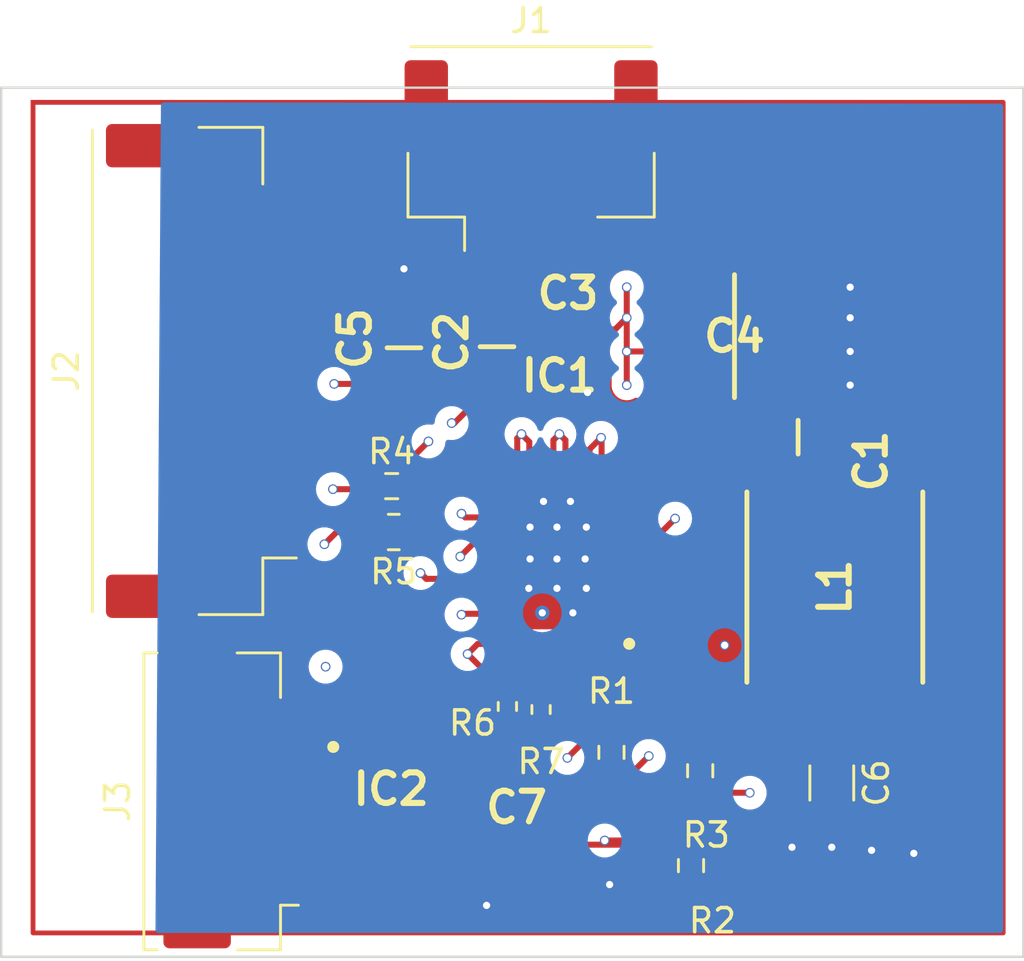
<source format=kicad_pcb>
(kicad_pcb (version 20221018) (generator pcbnew)
  (layers (0 "F.Cu" signal) (1 "In1.Cu" signal) (2 "In2.Cu" signal) (31 "B.Cu" signal) (34 "B.Paste" user) (35 "F.Paste" user) (36 "B.SilkS" user "B.Silkscreen") (37 "F.SilkS" user "F.Silkscreen") (38 "B.Mask" user) (39 "F.Mask" user) (44 "Edge.Cuts" user))
  (net 0 "")
  (net 1 "Net-(IC1-ILIM)")
  (net 2 "GND")
  (net 3 "/AVDD")
  (net 4 "/SW_BK")
  (net 5 "Net-(IC1-CP)")
  (net 6 "/VM")
  (net 7 "Net-(IC1-CPH)")
  (net 8 "Net-(IC1-CPL)")
  (net 9 "/FGOUT")
  (net 10 "/nFAULT")
  (net 12 "Net-(IC1-SW_BK)")
  (net 13 "Net-(IC1-VSEL_BK)")
  (net 17 "Net-(IC1-SLEW)")
  (net 18 "Net-(IC1-ADVANCE)")
  (net 19 "/controller/AVDD")
  (net 20 "/controller/SW_BK")
  (net 21 "/controller/U")
  (net 22 "/controller/V")
  (net 23 "/controller/W")
  (net 24 "/controller/DRVOFF")
  (net 25 "/controller/nFAULT")
  (net 26 "/controller/H1")
  (net 27 "/controller/H2")
  (net 28 "/controller/H3")
  (net 29 "/controller/DIR")
  (net 30 "/controller/BRAKE")
  (net 31 "/controller/PWM")
  (net 32 "/controller/FGOUT")
  (net 33 "/controller/SCK")
  (net 34 "/controller/MISO")
  (net 35 "/controller/MOSI")
  (net 36 "/controller/NRST")
  (net 37 "/controller/CS")
  (net 39 "/controller/nSLEEP")
  (net 43 "/controller/+3V3")
  (net 44 "/controller/nSleep")
  (net 45 "/controller/VM")
  (footprint "SamacSys_Parts:CAPC3216X178N" (layer "F.Cu") (at 148.7944 90.8618 90)
    (fp_text reference "C2" (at 0.1838 -1.8808 90) (layer "F.SilkS") (effects (font (size 1.27 1.27) (thickness 0.254))))
    (fp_text value "1uF" hide)
    (fp_line (start 0 -0.7) (end 0 0.7) (stroke (width 0.2)) (layer "F.SilkS"))
    (pad "1" smd rect (at -1.4 0 90) (size 1.02 1.82) (layers "F.Cu" "F.Paste" "F.Mask") (net 5 "Net-(IC1-CP)"))
    (pad "2" smd rect (at 1.4 0 90) (size 1.02 1.82) (layers "F.Cu" "F.Paste" "F.Mask") (net 6 "/VM"))
  )
  (footprint "Resistor_SMD:R_0603_1608Metric_Pad0.98x0.95mm_HandSolder" (layer "F.Cu") (at 156.845 112.395 -90)
    (fp_text reference "R2" (at 2.286 -0.889 -180) (layer "F.SilkS"))
    (fp_text value "1k")
    (fp_line (start -0.254724 -0.5225) (end 0.254724 -0.5225) (stroke (width 0.12)) (layer "F.SilkS"))
    (fp_line (start -0.254724 0.5225) (end 0.254724 0.5225) (stroke (width 0.12)) (layer "F.SilkS"))
    (pad "1" smd roundrect (at -0.9125 0 270) (size 0.975 0.95) (layers "F.Cu" "F.Paste" "F.Mask") (net 1 "Net-(IC1-ILIM)"))
    (pad "2" smd roundrect (at 0.9125 0 270) (size 0.975 0.95) (layers "F.Cu" "F.Paste" "F.Mask") (net 2 "GND"))
  )
  (footprint "Resistor_SMD:R_0603_1608Metric_Pad0.98x0.95mm_HandSolder" (layer "F.Cu") (at 144.4225 96.647)
    (fp_text reference "R4" (at 0 -1.43) (layer "F.SilkS"))
    (fp_text value "5k1")
    (fp_line (start -0.254724 -0.5225) (end 0.254724 -0.5225) (stroke (width 0.12)) (layer "F.SilkS"))
    (fp_line (start -0.254724 0.5225) (end 0.254724 0.5225) (stroke (width 0.12)) (layer "F.SilkS"))
    (pad "1" smd roundrect (at -0.9125 0) (size 0.975 0.95) (layers "F.Cu" "F.Paste" "F.Mask") (net 3 "/AVDD"))
    (pad "2" smd roundrect (at 0.9125 0) (size 0.975 0.95) (layers "F.Cu" "F.Paste" "F.Mask") (net 10 "/nFAULT"))
  )
  (footprint "SamacSys_Parts:INDPM7973X540N" (layer "F.Cu") (at 162.814 100.838 -90)
    (fp_text reference "L1" (at 0 0 90) (layer "F.SilkS") (effects (font (size 1.27 1.27) (thickness 0.254))))
    (fp_text value "47uH" hide)
    (fp_line (start -3.95 3.65) (end 3.95 3.65) (stroke (width 0.2)) (layer "F.SilkS"))
    (fp_line (start 3.95 -3.65) (end -3.95 -3.65) (stroke (width 0.2)) (layer "F.SilkS"))
    (pad "1" smd rect (at -3.05 0 270) (size 3.05 3.1) (layers "F.Cu" "F.Paste" "F.Mask") (net 12 "Net-(IC1-SW_BK)"))
    (pad "2" smd rect (at 3.05 0 270) (size 3.05 3.1) (layers "F.Cu" "F.Paste" "F.Mask") (net 4 "/SW_BK"))
  )
  (footprint "SamacSys_Parts:CAPC1608X95N" (layer "F.Cu") (at 149.987 112.2265 -90)
    (fp_text reference "C7" (at -2.2445 0.381 -180) (layer "F.SilkS") (effects (font (size 1.27 1.27) (thickness 0.254))))
    (fp_text value "0u1F" hide)
    (pad "1" smd rect (at -0.7 0 270) (size 0.78 0.98) (layers "F.Cu" "F.Paste" "F.Mask") (net 1 "Net-(IC1-ILIM)"))
    (pad "2" smd rect (at 0.7 0 270) (size 0.78 0.98) (layers "F.Cu" "F.Paste" "F.Mask") (net 2 "GND"))
  )
  (footprint "Resistor_SMD:R_0805_2012Metric_Pad1.20x1.40mm_HandSolder" (layer "F.Cu") (at 144.51 98.552 180)
    (fp_text reference "R5" (at 0 -1.65) (layer "F.SilkS"))
    (fp_text value "1M")
    (fp_line (start -0.227064 -0.735) (end 0.227064 -0.735) (stroke (width 0.12)) (layer "F.SilkS"))
    (fp_line (start -0.227064 0.735) (end 0.227064 0.735) (stroke (width 0.12)) (layer "F.SilkS"))
    (pad "1" smd roundrect (at -1 0 180) (size 1.2 1.4) (layers "F.Cu" "F.Paste" "F.Mask") (roundrect_rratio 0.2083333333) (net 13 "Net-(IC1-VSEL_BK)"))
    (pad "2" smd roundrect (at 1 0 180) (size 1.2 1.4) (layers "F.Cu" "F.Paste" "F.Mask") (roundrect_rratio 0.2083333333) (net 3 "/AVDD"))
  )
  (footprint "SamacSys_Parts:CAPC3216X178N" (layer "F.Cu") (at 144.9336 90.9066 90)
    (fp_text reference "C5" (at 0.381 -2.0332 90) (layer "F.SilkS") (effects (font (size 1.27 1.27) (thickness 0.254))))
    (fp_text value "1uF" hide)
    (fp_line (start 0 -0.7) (end 0 0.7) (stroke (width 0.2)) (layer "F.SilkS"))
    (pad "1" smd rect (at -1.4 0 90) (size 1.02 1.82) (layers "F.Cu" "F.Paste" "F.Mask") (net 3 "/AVDD"))
    (pad "2" smd rect (at 1.4 0 90) (size 1.02 1.82) (layers "F.Cu" "F.Paste" "F.Mask") (net 2 "GND"))
  )
  (footprint "Connector_Molex:Molex_CLIK-Mate_502382-0770_1x07-1MP_P1.25mm_Vertical" (layer "F.Cu") (at 137.75 109.728 90)
    (fp_text reference "J3" (at 0 -4.7 90) (layer "F.SilkS"))
    (fp_text value "Conn_01x07")
    (fp_line (start -6.16 -3.61) (end 6.16 -3.61) (stroke (width 0.12)) (layer "F.SilkS"))
    (fp_line (start -6.16 -3.06) (end -6.16 -3.61) (stroke (width 0.12)) (layer "F.SilkS"))
    (fp_line (start -6.16 0.26) (end -6.16 2.06) (stroke (width 0.12)) (layer "F.SilkS"))
    (fp_line (start -6.16 2.06) (end -4.31 2.06) (stroke (width 0.12)) (layer "F.SilkS"))
    (fp_line (start -4.31 2.06) (end -4.31 2.8) (stroke (width 0.12)) (layer "F.SilkS"))
    (fp_line (start 6.16 -3.61) (end 6.16 -3.06) (stroke (width 0.12)) (layer "F.SilkS"))
    (fp_line (start 6.16 0.26) (end 6.16 2.06) (stroke (width 0.12)) (layer "F.SilkS"))
    (fp_line (start 6.16 2.06) (end 4.31 2.06) (stroke (width 0.12)) (layer "F.SilkS"))
    (pad "1" smd roundrect (at -3.75 1.95 90) (size 0.6 1.7) (layers "F.Cu" "F.Paste" "F.Mask") (net 33 "/controller/SCK"))
    (pad "2" smd roundrect (at -2.5 1.95 90) (size 0.6 1.7) (layers "F.Cu" "F.Paste" "F.Mask") (net 35 "/controller/MOSI"))
    (pad "3" smd roundrect (at -1.25 1.95 90) (size 0.6 1.7) (layers "F.Cu" "F.Paste" "F.Mask") (net 34 "/controller/MISO"))
    (pad "4" smd roundrect (at 0 1.95 90) (size 0.6 1.7) (layers "F.Cu" "F.Paste" "F.Mask") (net 37 "/controller/CS"))
    (pad "5" smd roundrect (at 1.25 1.95 90) (size 0.6 1.7) (layers "F.Cu" "F.Paste" "F.Mask") (net 31 "/controller/PWM"))
    (pad "6" smd roundrect (at 2.5 1.95 90) (size 0.6 1.7) (layers "F.Cu" "F.Paste" "F.Mask") (net 32 "/controller/FGOUT"))
    (pad "7" smd roundrect (at 3.75 1.95 90) (size 0.6 1.7) (layers "F.Cu" "F.Paste" "F.Mask") (net 36 "/controller/NRST"))
    (pad "MP" smd roundrect (at -5.6 -1.4 90) (size 1 2.8) (layers "F.Cu" "F.Paste" "F.Mask"))
    (pad "MP" smd roundrect (at 5.6 -1.4 90) (size 1 2.8) (layers "F.Cu" "F.Paste" "F.Mask"))
  )
  (footprint "Connector_Molex:Molex_CLIK-Mate_502443-0870_1x08-1MP_P2.00mm_Vertical" (layer "F.Cu") (at 136.516 91.869 90)
    (fp_text reference "J2" (at 0 -5.6 90) (layer "F.SilkS"))
    (fp_text value "Motor")
    (fp_line (start -10.11 -0.09) (end -10.11 2.56) (stroke (width 0.12)) (layer "F.SilkS"))
    (fp_line (start -10.11 2.56) (end -7.76 2.56) (stroke (width 0.12)) (layer "F.SilkS"))
    (fp_line (start -10 -4.51) (end 10 -4.51) (stroke (width 0.12)) (layer "F.SilkS"))
    (fp_line (start -7.76 2.56) (end -7.76 3.95) (stroke (width 0.12)) (layer "F.SilkS"))
    (fp_line (start 10.11 -0.09) (end 10.11 2.56) (stroke (width 0.12)) (layer "F.SilkS"))
    (fp_line (start 10.11 2.56) (end 7.76 2.56) (stroke (width 0.12)) (layer "F.SilkS"))
    (pad "1" smd roundrect (at -7 2.5 90) (size 1 2.9) (layers "F.Cu" "F.Paste" "F.Mask") (net 21 "/controller/U"))
    (pad "2" smd roundrect (at -5 2.5 90) (size 1 2.9) (layers "F.Cu" "F.Paste" "F.Mask") (net 22 "/controller/V"))
    (pad "3" smd roundrect (at -3 2.5 90) (size 1 2.9) (layers "F.Cu" "F.Paste" "F.Mask") (net 23 "/controller/W"))
    (pad "4" smd roundrect (at -1 2.5 90) (size 1 2.9) (layers "F.Cu" "F.Paste" "F.Mask") (net 2 "GND"))
    (pad "5" smd roundrect (at 1 2.5 90) (size 1 2.9) (layers "F.Cu" "F.Paste" "F.Mask") (net 27 "/controller/H2"))
    (pad "6" smd roundrect (at 3 2.5 90) (size 1 2.9) (layers "F.Cu" "F.Paste" "F.Mask") (net 26 "/controller/H1"))
    (pad "7" smd roundrect (at 5 2.5 90) (size 1 2.9) (layers "F.Cu" "F.Paste" "F.Mask") (net 28 "/controller/H3"))
    (pad "8" smd roundrect (at 7 2.5 90) (size 1 2.9) (layers "F.Cu" "F.Paste" "F.Mask") (net 20 "/controller/SW_BK"))
    (pad "MP" smd roundrect (at -9.35 -2.15 90) (size 1.8 3.6) (layers "F.Cu" "F.Paste" "F.Mask") (roundrect_rratio 0.138889))
    (pad "MP" smd roundrect (at 9.35 -2.15 90) (size 1.8 3.6) (layers "F.Cu" "F.Paste" "F.Mask") (roundrect_rratio 0.138889))
  )
  (footprint "Connector_Molex:Molex_CLIK-Mate_502443-0370_1x03-1MP_P2.00mm_Vertical" (layer "F.Cu") (at 150.209 82.922)
    (fp_text reference "J1" (at 0 -5.6) (layer "F.SilkS"))
    (fp_text value "Conn_01x03")
    (fp_line (start -5.11 -0.09) (end -5.11 2.56) (stroke (width 0.12)) (layer "F.SilkS"))
    (fp_line (start -5.11 2.56) (end -2.76 2.56) (stroke (width 0.12)) (layer "F.SilkS"))
    (fp_line (start -5 -4.51) (end 5 -4.51) (stroke (width 0.12)) (layer "F.SilkS"))
    (fp_line (start -2.76 2.56) (end -2.76 3.95) (stroke (width 0.12)) (layer "F.SilkS"))
    (fp_line (start 5.11 -0.09) (end 5.11 2.56) (stroke (width 0.12)) (layer "F.SilkS"))
    (fp_line (start 5.11 2.56) (end 2.76 2.56) (stroke (width 0.12)) (layer "F.SilkS"))
    (pad "1" smd roundrect (at -2 2.5) (size 1 2.9) (layers "F.Cu" "F.Paste" "F.Mask") (net 45 "/controller/VM"))
    (pad "2" smd roundrect (at 0 2.5) (size 1 2.9) (layers "F.Cu" "F.Paste" "F.Mask") (net 43 "/controller/+3V3"))
    (pad "3" smd roundrect (at 2 2.5) (size 1 2.9) (layers "F.Cu" "F.Paste" "F.Mask") (net 2 "GND"))
    (pad "MP" smd roundrect (at -4.35 -2.15) (size 1.8 3.6) (layers "F.Cu" "F.Paste" "F.Mask") (roundrect_rratio 0.138889))
    (pad "MP" smd roundrect (at 4.35 -2.15) (size 1.8 3.6) (layers "F.Cu" "F.Paste" "F.Mask") (roundrect_rratio 0.138889))
  )
  (footprint "Resistor_SMD:R_0402_1005Metric_Pad0.72x0.64mm_HandSolder" (layer "F.Cu") (at 149.225 105.791 -90)
    (fp_text reference "R6" (at 0.6858 1.4478 -180) (layer "F.SilkS"))
    (fp_text value "47k")
    (fp_line (start -0.167621 -0.38) (end 0.167621 -0.38) (stroke (width 0.12)) (layer "F.SilkS"))
    (fp_line (start -0.167621 0.38) (end 0.167621 0.38) (stroke (width 0.12)) (layer "F.SilkS"))
    (pad "1" smd roundrect (at -0.5975 0 270) (size 0.715 0.64) (layers "F.Cu" "F.Paste" "F.Mask") (net 17 "Net-(IC1-SLEW)"))
    (pad "2" smd roundrect (at 0.5975 0 270) (size 0.715 0.64) (layers "F.Cu" "F.Paste" "F.Mask") (net 3 "/AVDD"))
  )
  (footprint "SamacSys_Parts:CAPC3216X180N" (layer "F.Cu") (at 161.29 94.615)
    (fp_text reference "C1" (at 3.0226 0.9906 90) (layer "F.SilkS") (effects (font (size 1.27 1.27) (thickness 0.254))))
    (fp_text value "47nF" hide)
    (fp_line (start 0 -0.7) (end 0 0.7) (stroke (width 0.2)) (layer "F.SilkS"))
    (pad "1" smd rect (at -1.38 0) (size 1.07 1.82) (layers "F.Cu" "F.Paste" "F.Mask") (net 7 "Net-(IC1-CPH)"))
    (pad "2" smd rect (at 1.38 0) (size 1.07 1.82) (layers "F.Cu" "F.Paste" "F.Mask") (net 8 "Net-(IC1-CPL)"))
  )
  (footprint "Resistor_SMD:R_0603_1608Metric_Pad0.98x0.95mm_HandSolder" (layer "F.Cu") (at 157.226 108.458 90)
    (fp_text reference "R3" (at -2.667 0.254 180) (layer "F.SilkS"))
    (fp_text value "5k1")
    (fp_line (start -0.254724 -0.5225) (end 0.254724 -0.5225) (stroke (width 0.12)) (layer "F.SilkS"))
    (fp_line (start -0.254724 0.5225) (end 0.254724 0.5225) (stroke (width 0.12)) (layer "F.SilkS"))
    (pad "1" smd roundrect (at -0.9125 0 90) (size 0.975 0.95) (layers "F.Cu" "F.Paste" "F.Mask") (net 3 "/AVDD"))
    (pad "2" smd roundrect (at 0.9125 0 90) (size 0.975 0.95) (layers "F.Cu" "F.Paste" "F.Mask") (net 9 "/FGOUT"))
  )
  (footprint "SamacSys_Parts:QFN50P500X700X100-41N-D" (layer "F.Cu") (at 151.38 99.69 180)
    (fp_text reference "IC1" (at 0 7.62) (layer "F.SilkS") (effects (font (size 1.27 1.27) (thickness 0.254))))
    (fp_text value "MCT8316Z0TQRGFRQ1" hide)
    (fp_circle (center -2.9 -3.5) (end -2.9 -3.375) (stroke (width 0.25)) (fill none) (layer "F.SilkS"))
    (pad "1" smd rect (at -2.5 -2.75 270) (size 0.3 0.8) (layers "F.Cu" "F.Paste" "F.Mask"))
    (pad "2" smd rect (at -2.5 -2.25 270) (size 0.3 0.8) (layers "F.Cu" "F.Paste" "F.Mask") (net 2 "GND"))
    (pad "3" smd rect (at -2.5 -1.75 270) (size 0.3 0.8) (layers "F.Cu" "F.Paste" "F.Mask") (net 20 "/controller/SW_BK"))
    (pad "4" smd rect (at -2.5 -1.25 270) (size 0.3 0.8) (layers "F.Cu" "F.Paste" "F.Mask") (net 2 "GND"))
    (pad "5" smd rect (at -2.5 -0.75 270) (size 0.3 0.8) (layers "F.Cu" "F.Paste" "F.Mask") (net 12 "Net-(IC1-SW_BK)"))
    (pad "6" smd rect (at -2.5 -0.25 270) (size 0.3 0.8) (layers "F.Cu" "F.Paste" "F.Mask") (net 8 "Net-(IC1-CPL)"))
    (pad "7" smd rect (at -2.5 0.25 270) (size 0.3 0.8) (layers "F.Cu" "F.Paste" "F.Mask") (net 7 "Net-(IC1-CPH)"))
    (pad "8" smd rect (at -2.5 0.75 270) (size 0.3 0.8) (layers "F.Cu" "F.Paste" "F.Mask") (net 5 "Net-(IC1-CP)"))
    (pad "9" smd rect (at -2.5 1.25 270) (size 0.3 0.8) (layers "F.Cu" "F.Paste" "F.Mask") (net 45 "/controller/VM"))
    (pad "10" smd rect (at -2.5 1.75 270) (size 0.3 0.8) (layers "F.Cu" "F.Paste" "F.Mask") (net 45 "/controller/VM"))
    (pad "11" smd rect (at -2.5 2.25 270) (size 0.3 0.8) (layers "F.Cu" "F.Paste" "F.Mask") (net 45 "/controller/VM"))
    (pad "12" smd rect (at -2.5 2.75 270) (size 0.3 0.8) (layers "F.Cu" "F.Paste" "F.Mask") (net 2 "GND"))
    (pad "13" smd rect (at -1.75 3.5 180) (size 0.3 0.8) (layers "F.Cu" "F.Paste" "F.Mask") (net 21 "/controller/U"))
    (pad "14" smd rect (at -1.25 3.5 180) (size 0.3 0.8) (layers "F.Cu" "F.Paste" "F.Mask") (net 21 "/controller/U"))
    (pad "15" smd rect (at -0.75 3.5 180) (size 0.3 0.8) (layers "F.Cu" "F.Paste" "F.Mask") (net 2 "GND"))
    (pad "16" smd rect (at -0.25 3.5 180) (size 0.3 0.8) (layers "F.Cu" "F.Paste" "F.Mask") (net 22 "/controller/V"))
    (pad "17" smd rect (at 0.25 3.5 180) (size 0.3 0.8) (layers "F.Cu" "F.Paste" "F.Mask") (net 22 "/controller/V"))
    (pad "18" smd rect (at 0.75 3.5 180) (size 0.3 0.8) (layers "F.Cu" "F.Paste" "F.Mask") (net 2 "GND"))
    (pad "19" smd rect (at 1.25 3.5 180) (size 0.3 0.8) (layers "F.Cu" "F.Paste" "F.Mask") (net 23 "/controller/W"))
    (pad "20" smd rect (at 1.75 3.5 180) (size 0.3 0.8) (layers "F.Cu" "F.Paste" "F.Mask") (net 23 "/controller/W"))
    (pad "21" smd rect (at 2.5 2.75 270) (size 0.3 0.8) (layers "F.Cu" "F.Paste" "F.Mask") (net 24 "/controller/DRVOFF"))
    (pad "22" smd rect (at 2.5 2.25 270) (size 0.3 0.8) (layers "F.Cu" "F.Paste" "F.Mask") (net 25 "/controller/nFAULT"))
    (pad "23" smd rect (at 2.5 1.75 270) (size 0.3 0.8) (layers "F.Cu" "F.Paste" "F.Mask") (net 44 "/controller/nSleep"))
    (pad "24" smd rect (at 2.5 1.25 270) (size 0.3 0.8) (layers "F.Cu" "F.Paste" "F.Mask") (net 13 "Net-(IC1-VSEL_BK)"))
    (pad "25" smd rect (at 2.5 0.75 270) (size 0.3 0.8) (layers "F.Cu" "F.Paste" "F.Mask") (net 19 "/controller/AVDD"))
    (pad "26" smd rect (at 2.5 0.25 270) (size 0.3 0.8) (layers "F.Cu" "F.Paste" "F.Mask") (net 2 "GND"))
    (pad "27" smd rect (at 2.5 -0.25 270) (size 0.3 0.8) (layers "F.Cu" "F.Paste" "F.Mask") (net 26 "/controller/H1"))
    (pad "28" smd rect (at 2.5 -0.75 270) (size 0.3 0.8) (layers "F.Cu" "F.Paste" "F.Mask"))
    (pad "29" smd rect (at 2.5 -1.25 270) (size 0.3 0.8) (layers "F.Cu" "F.Paste" "F.Mask") (net 27 "/controller/H2"))
    (pad "30" smd rect (at 2.5 -1.75 270) (size 0.3 0.8) (layers "F.Cu" "F.Paste" "F.Mask"))
    (pad "31" smd rect (at 2.5 -2.25 270) (size 0.3 0.8) (layers "F.Cu" "F.Paste" "F.Mask") (net 28 "/controller/H3"))
    (pad "32" smd rect (at 2.5 -2.75 270) (size 0.3 0.8) (layers "F.Cu" "F.Paste" "F.Mask"))
    (pad "33" smd rect (at 1.75 -3.5 180) (size 0.3 0.8) (layers "F.Cu" "F.Paste" "F.Mask") (net 19 "/controller/AVDD"))
    (pad "34" smd rect (at 1.25 -3.5 180) (size 0.3 0.8) (layers "F.Cu" "F.Paste" "F.Mask") (net 17 "Net-(IC1-SLEW)"))
    (pad "35" smd rect (at 0.75 -3.5 180) (size 0.3 0.8) (layers "F.Cu" "F.Paste" "F.Mask") (net 18 "Net-(IC1-ADVANCE)"))
    (pad "36" smd rect (at 0.25 -3.5 180) (size 0.3 0.8) (layers "F.Cu" "F.Paste" "F.Mask") (net 29 "/controller/DIR"))
    (pad "37" smd rect (at -0.25 -3.5 180) (size 0.3 0.8) (layers "F.Cu" "F.Paste" "F.Mask") (net 1 "Net-(IC1-ILIM)"))
    (pad "38" smd rect (at -0.75 -3.5 180) (size 0.3 0.8) (layers "F.Cu" "F.Paste" "F.Mask") (net 30 "/controller/BRAKE"))
    (pad "39" smd rect (at -1.25 -3.5 180) (size 0.3 0.8) (layers "F.Cu" "F.Paste" "F.Mask") (net 31 "/controller/PWM"))
    (pad "40" smd rect (at -1.75 -3.5 180) (size 0.3 0.8) (layers "F.Cu" "F.Paste" "F.Mask") (net 32 "/controller/FGOUT"))
    (pad "41" smd rect (at 0 0 180) (size 3.8 5.8) (layers "F.Cu" "F.Paste" "F.Mask") (net 2 "GND"))
  )
  (footprint "Resistor_SMD:R_0603_1608Metric_Pad0.98x0.95mm_HandSolder" (layer "F.Cu") (at 153.543 107.696 90)
    (fp_text reference "R1" (at 2.54 0 180) (layer "F.SilkS"))
    (fp_text value "1k")
    (fp_line (start -0.254724 -0.5225) (end 0.254724 -0.5225) (stroke (width 0.12)) (layer "F.SilkS"))
    (fp_line (start -0.254724 0.5225) (end 0.254724 0.5225) (stroke (width 0.12)) (layer "F.SilkS"))
    (pad "1" smd roundrect (at -0.9125 0 90) (size 0.975 0.95) (layers "F.Cu" "F.Paste" "F.Mask") (net 3 "/AVDD"))
    (pad "2" smd roundrect (at 0.9125 0 90) (size 0.975 0.95) (layers "F.Cu" "F.Paste" "F.Mask") (net 1 "Net-(IC1-ILIM)"))
  )
  (footprint "Resistor_SMD:R_0402_1005Metric_Pad0.72x0.64mm_HandSolder" (layer "F.Cu") (at 150.622 105.918 -90)
    (fp_text reference "R7" (at 2.159 0 -180) (layer "F.SilkS"))
    (fp_text value "22k")
    (fp_line (start -0.167621 -0.38) (end 0.167621 -0.38) (stroke (width 0.12)) (layer "F.SilkS"))
    (fp_line (start -0.167621 0.38) (end 0.167621 0.38) (stroke (width 0.12)) (layer "F.SilkS"))
    (pad "1" smd roundrect (at -0.5975 0 270) (size 0.715 0.64) (layers "F.Cu" "F.Paste" "F.Mask") (net 18 "Net-(IC1-ADVANCE)"))
    (pad "2" smd roundrect (at 0.5975 0 270) (size 0.715 0.64) (layers "F.Cu" "F.Paste" "F.Mask") (net 3 "/AVDD"))
  )
  (footprint "SamacSys_Parts:CAPC1608X95N" (layer "F.Cu") (at 151.5376 90.8446 -90)
    (fp_text reference "C3" (at -2.1986 -0.202 -180) (layer "F.SilkS") (effects (font (size 1.27 1.27) (thickness 0.254))))
    (fp_text value "0u1F" hide)
    (pad "1" smd rect (at -0.7 0 270) (size 0.78 0.98) (layers "F.Cu" "F.Paste" "F.Mask") (net 6 "/VM"))
    (pad "2" smd rect (at 0.7 0 270) (size 0.78 0.98) (layers "F.Cu" "F.Paste" "F.Mask") (net 2 "GND"))
  )
  (footprint "SamacSys_Parts:CAPC6153X500N" (layer "F.Cu") (at 158.649 90.424)
    (fp_text reference "C4" (at 0 0) (layer "F.SilkS") (effects (font (size 1.27 1.27) (thickness 0.254))))
    (fp_text value ">=10uF" hide)
    (fp_line (start 0 -2.55) (end 0 2.55) (stroke (width 0.2)) (layer "F.SilkS"))
    (pad "1" smd rect (at -2.53 0) (size 1.86 5.52) (layers "F.Cu" "F.Paste" "F.Mask") (net 6 "/VM"))
    (pad "2" smd rect (at 2.53 0) (size 1.86 5.52) (layers "F.Cu" "F.Paste" "F.Mask") (net 2 "GND"))
  )
  (footprint "SamacSys_Parts:QFN50P400X400X100-21N-D" (layer "F.Cu") (at 144.399 109.22)
    (fp_text reference "IC2" (at 0 0) (layer "F.SilkS") (effects (font (size 1.27 1.27) (thickness 0.254))))
    (fp_text value "MCP23S08T-E_SO" hide)
    (fp_circle (center -2.4 -1.75) (end -2.4 -1.625) (stroke (width 0.25)) (fill none) (layer "F.SilkS"))
    (pad "1" smd rect (at -2 -1 90) (size 0.3 0.8) (layers "F.Cu" "F.Paste" "F.Mask") (net 33 "/controller/SCK"))
    (pad "2" smd rect (at -2 -0.5 90) (size 0.3 0.8) (layers "F.Cu" "F.Paste" "F.Mask") (net 34 "/controller/MISO"))
    (pad "3" smd rect (at -2 0 90) (size 0.3 0.8) (layers "F.Cu" "F.Paste" "F.Mask") (net 35 "/controller/MOSI"))
    (pad "4" smd rect (at -2 0.5 90) (size 0.3 0.8) (layers "F.Cu" "F.Paste" "F.Mask") (net 2 "GND"))
    (pad "5" smd rect (at -2 1 90) (size 0.3 0.8) (layers "F.Cu" "F.Paste" "F.Mask") (net 2 "GND"))
    (pad "6" smd rect (at -1 2) (size 0.3 0.8) (layers "F.Cu" "F.Paste" "F.Mask") (net 36 "/controller/NRST"))
    (pad "7" smd rect (at -0.5 2) (size 0.3 0.8) (layers "F.Cu" "F.Paste" "F.Mask") (net 37 "/controller/CS"))
    (pad "8" smd rect (at 0 2) (size 0.3 0.8) (layers "F.Cu" "F.Paste" "F.Mask"))
    (pad "9" smd rect (at 0.5 2) (size 0.3 0.8) (layers "F.Cu" "F.Paste" "F.Mask") (net 2 "GND"))
    (pad "10" smd rect (at 1 2) (size 0.3 0.8) (layers "F.Cu" "F.Paste" "F.Mask") (net 24 "/controller/DRVOFF"))
    (pad "11" smd rect (at 2 1 90) (size 0.3 0.8) (layers "F.Cu" "F.Paste" "F.Mask") (net 39 "/controller/nSLEEP"))
    (pad "12" smd rect (at 2 0.5 90) (size 0.3 0.8) (layers "F.Cu" "F.Paste" "F.Mask") (net 30 "/controller/BRAKE"))
    (pad "13" smd rect (at 2 0 90) (size 0.3 0.8) (layers "F.Cu" "F.Paste" "F.Mask") (net 29 "/controller/DIR"))
    (pad "14" smd rect (at 2 -0.5 90) (size 0.3 0.8) (layers "F.Cu" "F.Paste" "F.Mask") (net 25 "/controller/nFAULT"))
    (pad "15" smd rect (at 2 -1 90) (size 0.3 0.8) (layers "F.Cu" "F.Paste" "F.Mask"))
    (pad "16" smd rect (at 1 -2) (size 0.3 0.8) (layers "F.Cu" "F.Paste" "F.Mask"))
    (pad "17" smd rect (at 0.5 -2) (size 0.3 0.8) (layers "F.Cu" "F.Paste" "F.Mask"))
    (pad "18" smd rect (at 0 -2) (size 0.3 0.8) (layers "F.Cu" "F.Paste" "F.Mask") (net 43 "/controller/+3V3"))
    (pad "19" smd rect (at -0.5 -2) (size 0.3 0.8) (layers "F.Cu" "F.Paste" "F.Mask"))
    (pad "20" smd rect (at -1 -2) (size 0.3 0.8) (layers "F.Cu" "F.Paste" "F.Mask"))
    (pad "21" smd rect (at 0 0) (size 2.8 2.8) (layers "F.Cu" "F.Paste" "F.Mask"))
  )
  (footprint "Capacitor_SMD:C_1206_3216Metric" (layer "F.Cu") (at 162.687 108.966 -90)
    (fp_text reference "C6" (at 0 -1.85 -90) (layer "F.SilkS"))
    (fp_text value "22uF")
    (fp_line (start -0.711252 -0.91) (end 0.711252 -0.91) (stroke (width 0.12)) (layer "F.SilkS"))
    (fp_line (start -0.711252 0.91) (end 0.711252 0.91) (stroke (width 0.12)) (layer "F.SilkS"))
    (pad "1" smd roundrect (at -1.475 0 270) (size 1.15 1.8) (layers "F.Cu" "F.Paste" "F.Mask") (roundrect_rratio 0.2173913043) (net 4 "/SW_BK"))
    (pad "2" smd roundrect (at 1.475 0 270) (size 1.15 1.8) (layers "F.Cu" "F.Paste" "F.Mask") (roundrect_rratio 0.2173913043) (net 2 "GND"))
  )
  (gr_rect (start 129.54 80.7212) (end 169.799 115.189) (stroke (width 0.2)) (fill none) (layer "F.Cu"))
  (gr_rect (start 128.2192 80.1116) (end 170.6372 116.1796) (stroke (width 0.1)) (fill none) (layer "Edge.Cuts"))
  (gr_text "SeeGoals\n2023" (at 169.037 92.583 90) (layer "F.Cu") (effects (font (size 1.5 1.5) (thickness 0.3) bold) (justify left bottom)))
  (segment (start 151.7142 107.9246) (end 152.8553 106.7835) (width 0.25) (layer "F.Cu") (net 1))
  (segment (start 153.543 106.4025) (end 151.634 104.4935) (width 0.25) (layer "F.Cu") (net 1))
  (segment (start 151.634 104.4935) (end 151.634 103.195) (width 0.25) (layer "F.Cu") (net 1))
  (segment (start 153.543 106.7835) (end 153.543 106.4025) (width 0.25) (layer "F.Cu") (net 1))
  (segment (start 149.987 111.5265) (end 156.801 111.5265) (width 0.25) (layer "F.Cu") (net 1))
  (segment (start 156.7161 111.3536) (end 156.845 111.4825) (width 0.25) (layer "F.Cu") (net 1))
  (segment (start 156.801 111.5265) (end 156.845 111.4825) (width 0.25) (layer "F.Cu") (net 1))
  (segment (start 153.2636 111.3536) (end 156.7161 111.3536) (width 0.25) (layer "F.Cu") (net 1))
  (segment (start 152.8553 106.7835) (end 153.543 106.7835) (width 0.25) (layer "F.Cu") (net 1))
  (via (at 151.7142 107.9246) (size 0.4) (drill 0.3) (layers "F.Cu" "B.Cu") (net 1))
  (via (at 153.2636 111.3536) (size 0.4) (drill 0.3) (layers "F.Cu" "B.Cu") (net 1))
  (segment (start 154.396 101.945) (end 154.94 102.489) (width 0.25) (layer "F.Cu") (net 2))
  (segment (start 153.4668 113.1824) (end 156.7199 113.1824) (width 0.25) (layer "F.Cu") (net 2))
  (segment (start 151.983 101.945) (end 151.9428 101.9048) (width 0.25) (layer "F.Cu") (net 2))
  (segment (start 156.7199 113.1824) (end 156.845 113.3075) (width 0.25) (layer "F.Cu") (net 2))
  (segment (start 162.814 90.424) (end 160.909 90.424) (width 0.25) (layer "F.Cu") (net 2))
  (segment (start 144.9336 87.6312) (end 144.9336 89.5066) (width 0.25) (layer "F.Cu") (net 2))
  (segment (start 165.9636 111.76) (end 166.0906 111.887) (width 0.25) (layer "F.Cu") (net 2))
  (segment (start 152.134 96.195) (end 152.134 96.9892) (width 0.25) (layer "F.Cu") (net 2))
  (segment (start 151.5376 91.746) (end 151.5376 91.5446) (width 0.25) (layer "F.Cu") (net 2))
  (segment (start 153.884 100.945) (end 152.5578 100.945) (width 0.25) (layer "F.Cu") (net 2))
  (segment (start 148.884 99.445) (end 149.9402 99.445) (width 0.25) (layer "F.Cu") (net 2))
  (segment (start 161.036 111.633) (end 162.687 111.633) (width 0.25) (layer "F.Cu") (net 2))
  (segment (start 152.1782 96.945) (end 151.8412 97.282) (width 0.25) (layer "F.Cu") (net 2))
  (segment (start 163.449 92.456) (end 163.449 91.059) (width 0.25) (layer "F.Cu") (net 2))
  (segment (start 148.884 96.945) (end 150.3866 96.945) (width 0.25) (layer "F.Cu") (net 2))
  (segment (start 144.9324 87.63) (end 144.9336 87.6312) (width 0.25) (layer "F.Cu") (net 2))
  (segment (start 163.449 91.059) (end 162.814 90.424) (width 0.25) (layer "F.Cu") (net 2))
  (segment (start 150.634 97.1924) (end 150.7236 97.282) (width 0.25) (layer "F.Cu") (net 2))
  (segment (start 153.884 101.945) (end 151.983 101.945) (width 0.25) (layer "F.Cu") (net 2))
  (segment (start 154.94 102.489) (end 154.94 103.378) (width 0.25) (layer "F.Cu") (net 2))
  (segment (start 152.134 96.9892) (end 151.8412 97.282) (width 0.25) (layer "F.Cu") (net 2))
  (segment (start 162.687 111.633) (end 164.211 111.633) (width 0.25) (layer "F.Cu") (net 2))
  (segment (start 152.5524 92.7608) (end 151.5376 91.746) (width 0.25) (layer "F.Cu") (net 2))
  (segment (start 164.338 111.76) (end 165.9636 111.76) (width 0.25) (layer "F.Cu") (net 2))
  (segment (start 162.6362 111.5822) (end 162.6362 109.601) (width 0.25) (layer "F.Cu") (net 2))
  (segment (start 164.211 111.633) (end 164.338 111.76) (width 0.25) (layer "F.Cu") (net 2))
  (segment (start 149.9402 99.445) (end 150.1648 99.6696) (width 0.25) (layer "F.Cu") (net 2))
  (segment (start 150.3866 96.945) (end 150.7236 97.282) (width 0.25) (layer "F.Cu") (net 2))
  (segment (start 163.449 88.392) (end 163.449 89.662) (width 0.25) (layer "F.Cu") (net 2))
  (segment (start 150.634 96.195) (end 150.634 97.1924) (width 0.25) (layer "F.Cu") (net 2))
  (segment (start 162.687 111.633) (end 162.6362 111.5822) (width 0.25) (layer "F.Cu") (net 2))
  (segment (start 152.5578 100.945) (end 152.5016 100.8888) (width 0.25) (layer "F.Cu") (net 2))
  (segment (start 153.884 101.945) (end 154.396 101.945) (width 0.25) (layer "F.Cu") (net 2))
  (segment (start 163.449 89.662) (end 163.449 91.059) (width 0.25) (layer "F.Cu") (net 2))
  (segment (start 153.884 96.945) (end 152.1782 96.945) (width 0.25) (layer "F.Cu") (net 2))
  (segment (start 149.4809 112.9265) (end 149.987 112.9265) (width 0.25) (layer "F.Cu") (net 2))
  (segment (start 148.3614 114.046) (end 149.4809 112.9265) (width 0.25) (layer "F.Cu") (net 2))
  (via (at 151.8412 97.282) (size 0.6) (drill 0.3) (layers "F.Cu" "B.Cu") (net 2))
  (via (at 144.9324 87.63) (size 0.4) (drill 0.3) (layers "F.Cu" "B.Cu") (net 2))
  (via (at 150.1648 99.6696) (size 0.6) (drill 0.3) (layers "F.Cu" "B.Cu") (net 2))
  (via (at 163.449 92.456) (size 0.4) (drill 0.3) (layers "F.Cu" "B.Cu") (net 2))
  (via (at 151.2824 100.8888) (size 0.6) (drill 0.3) (layers "F.Cu" "B.Cu") (net 2))
  (via (at 166.0906 111.887) (size 0.4) (drill 0.3) (layers "F.Cu" "B.Cu") (net 2))
  (via (at 164.338 111.76) (size 0.4) (drill 0.3) (layers "F.Cu" "B.Cu") (net 2))
  (via (at 148.3614 114.046) (size 0.4) (drill 0.3) (layers "F.Cu" "B.Cu") (net 2))
  (via (at 163.449 89.662) (size 0.4) (drill 0.3) (layers "F.Cu" "B.Cu") (net 2))
  (via (at 151.9428 101.9048) (size 0.6) (drill 0.3) (layers "F.Cu" "B.Cu") (net 2))
  (via (at 163.449 91.059) (size 0.4) (drill 0.3) (layers "F.Cu" "B.Cu") (net 2))
  (via (at 152.4508 99.6696) (size 0.6) (drill 0.3) (layers "F.Cu" "B.Cu") (net 2))
  (via (at 163.449 88.392) (size 0.4) (drill 0.3) (layers "F.Cu" "B.Cu") (net 2))
  (via (at 153.4668 113.1824) (size 0.4) (drill 0.3) (layers "F.Cu" "B.Cu") (net 2))
  (via (at 150.114 100.8888) (size 0.6) (drill 0.3) (layers "F.Cu" "B.Cu") (net 2))
  (via (at 152.5016 100.8888) (size 0.6) (drill 0.3) (layers "F.Cu" "B.Cu") (net 2))
  (via (at 161.036 111.633) (size 0.4) (drill 0.3) (layers "F.Cu" "B.Cu") (net 2))
  (via (at 152.5524 92.7608) (size 0.4) (drill 0.3) (layers "F.Cu" "B.Cu") (net 2))
  (via (at 150.7236 97.282) (size 0.6) (drill 0.3) (layers "F.Cu" "B.Cu") (net 2))
  (via (at 152.5016 98.3488) (size 0.6) (drill 0.3) (layers "F.Cu" "B.Cu") (net 2))
  (via (at 151.2824 99.6696) (size 0.6) (drill 0.3) (layers "F.Cu" "B.Cu") (net 2))
  (via (at 150.1648 98.3488) (size 0.6) (drill 0.3) (layers "F.Cu" "B.Cu") (net 2))
  (via (at 162.687 111.633) (size 0.4) (drill 0.3) (layers "F.Cu" "B.Cu") (net 2))
  (via (at 151.2824 98.3488) (size 0.6) (drill 0.3) (layers "F.Cu" "B.Cu") (net 2))
  (segment (start 144.835 92.4052) (end 144.9336 92.3066) (width 0.25) (layer "F.Cu") (net 3))
  (segment (start 157.226 109.3705) (end 159.2815 109.3705) (width 0.25) (layer "F.Cu") (net 3))
  (segment (start 143.383 96.774) (end 143.51 96.647) (width 0.25) (layer "F.Cu") (net 3))
  (segment (start 148.58 104.6215) (end 148.58 105.7435) (width 0.25) (layer "F.Cu") (net 3))
  (segment (start 147.9945 103.195) (end 149.634 103.195) (width 0.25) (layer "F.Cu") (net 3))
  (segment (start 148.58 105.7435) (end 149.225 106.3885) (width 0.25) (layer "F.Cu") (net 3))
  (segment (start 149.352 106.5155) (end 149.225 106.3885) (width 0.25) (layer "F.Cu") (net 3))
  (segment (start 141.986 96.774) (end 143.383 96.774) (width 0.25) (layer "F.Cu") (net 3))
  (segment (start 147.574 103.6155) (end 148.58 104.6215) (width 0.25) (layer "F.Cu") (net 3))
  (segment (start 142.0368 92.4052) (end 144.835 92.4052) (width 0.25) (layer "F.Cu") (net 3))
  (segment (start 141.6304 99.06) (end 142.1384 98.552) (width 0.25) (layer "F.Cu") (net 3))
  (segment (start 159.2815 109.3705) (end 159.2834 109.3724) (width 0.25) (layer "F.Cu") (net 3))
  (segment (start 150.622 106.5155) (end 149.352 106.5155) (width 0.25) (layer "F.Cu") (net 3))
  (segment (start 147.574 103.6155) (end 147.9945 103.195) (width 0.25) (layer "F.Cu") (net 3))
  (segment (start 142.1384 98.552) (end 143.51 98.552) (width 0.25) (layer "F.Cu") (net 3))
  (segment (start 154.3323 108.6085) (end 153.543 108.6085) (width 0.25) (layer "F.Cu") (net 3))
  (segment (start 155.0924 107.8484) (end 154.3323 108.6085) (width 0.25) (layer "F.Cu") (net 3))
  (via (at 142.0368 92.4052) (size 0.4) (drill 0.3) (layers "F.Cu" "B.Cu") (net 3))
  (via (at 155.0924 107.8484) (size 0.4) (drill 0.3) (layers "F.Cu" "B.Cu") (net 3))
  (via (at 159.2834 109.3724) (size 0.4) (drill 0.3) (layers "F.Cu" "B.Cu") (net 3))
  (via (at 141.986 96.774) (size 0.4) (drill 0.3) (layers "F.Cu" "B.Cu") (net 3))
  (via (at 141.6304 99.06) (size 0.4) (drill 0.3) (layers "F.Cu" "B.Cu") (net 3))
  (via (at 147.574 103.6155) (size 0.4) (drill 0.3) (layers "F.Cu" "B.Cu") (net 3))
  (segment (start 162.814 103.888) (end 162.814 102.364) (width 0.25) (layer "F.Cu") (net 4))
  (segment (start 153.884 101.445) (end 155.801 101.445) (width 0.25) (layer "F.Cu") (net 4))
  (segment (start 161.923 101.473) (end 155.829 101.473) (width 0.25) (layer "F.Cu") (net 4))
  (segment (start 162.814 102.364) (end 161.923 101.473) (width 0.25) (layer "F.Cu") (net 4))
  (segment (start 158.242 103.251) (end 156.464 101.473) (width 0.25) (layer "F.Cu") (net 4))
  (segment (start 155.801 101.445) (end 155.829 101.473) (width 0.25) (layer "F.Cu") (net 4))
  (segment (start 156.464 101.473) (end 155.829 101.473) (width 0.25) (layer "F.Cu") (net 4))
  (via (at 141.6812 104.14) (size 0.4) (drill 0.3) (layers "F.Cu" "B.Cu") (net 4))
  (via (at 158.242 103.251) (size 0.4) (drill 0.3) (layers "F.Cu" "B.Cu") (net 4))
  (segment (start 147.0254 94.0308) (end 148.7944 92.2618) (width 0.25) (layer "F.Cu") (net 5))
  (segment (start 156.1846 97.9932) (end 155.2328 98.945) (width 0.25) (layer "F.Cu") (net 5))
  (segment (start 146.9136 94.0308) (end 147.0254 94.0308) (width 0.25) (layer "F.Cu") (net 5))
  (segment (start 155.2328 98.945) (end 153.884 98.945) (width 0.25) (layer "F.Cu") (net 5))
  (via (at 146.9136 94.0308) (size 0.4) (drill 0.3) (layers "F.Cu" "B.Cu") (net 5))
  (via (at 156.1846 97.9932) (size 0.4) (drill 0.3) (layers "F.Cu" "B.Cu") (net 5))
  (segment (start 155.754 91.059) (end 156.389 90.424) (width 0.25) (layer "F.Cu") (net 6))
  (segment (start 154.584 97.445) (end 156.389 95.64) (width 0.25) (layer "F.Cu") (net 6))
  (segment (start 156.389 95.64) (end 156.389 90.424) (width 0.25) (layer "F.Cu") (net 6))
  (segment (start 154.178 92.456) (end 154.178 91.059) (width 0.25) (layer "F.Cu") (net 6))
  (segment (start 150.8548 89.4618) (end 151.5376 90.1446) (width 0.25) (layer "F.Cu") (net 6))
  (segment (start 154.178 88.392) (end 154.178 89.662) (width 0.25) (layer "F.Cu") (net 6))
  (segment (start 153.884 97.445) (end 154.584 97.445) (width 0.25) (layer "F.Cu") (net 6))
  (segment (start 148.7944 89.4618) (end 150.8548 89.4618) (width 0.25) (layer "F.Cu") (net 6))
  (segment (start 153.6954 90.1446) (end 154.178 89.662) (width 0.25) (layer "F.Cu") (net 6))
  (segment (start 154.178 91.059) (end 154.178 89.662) (width 0.25) (layer "F.Cu") (net 6))
  (segment (start 151.5376 90.1446) (end 153.6954 90.1446) (width 0.25) (layer "F.Cu") (net 6))
  (segment (start 153.884 98.445) (end 153.884 97.945) (width 0.25) (layer "F.Cu") (net 6))
  (segment (start 153.884 97.945) (end 153.884 97.445) (width 0.25) (layer "F.Cu") (net 6))
  (segment (start 154.178 91.059) (end 155.754 91.059) (width 0.25) (layer "F.Cu") (net 6))
  (via (at 154.178 91.059) (size 0.4) (drill 0.3) (layers "F.Cu" "B.Cu") (net 6))
  (via (at 154.178 88.392) (size 0.4) (drill 0.3) (layers "F.Cu" "B.Cu") (net 6))
  (via (at 154.178 89.662) (size 0.4) (drill 0.3) (layers "F.Cu" "B.Cu") (net 6))
  (segment (start 155.952 99.445) (end 153.884 99.445) (width 0.25) (layer "F.Cu") (net 7))
  (segment (start 157.041 98.356) (end 155.952 99.445) (width 0.25) (layer "F.Cu") (net 7))
  (segment (start 156.088396 99.945) (end 153.884 99.945) (width 0.25) (layer "F.Cu") (net 8))
  (segment (start 148.463 110.236) (end 156.21 110.236) (width 0.25) (layer "F.Cu") (net 9))
  (segment (start 153.162 103.223) (end 153.134 103.195) (width 0.25) (layer "F.Cu") (net 9))
  (segment (start 156.21 108.5615) (end 157.226 107.5455) (width 0.25) (layer "F.Cu") (net 9))
  (segment (start 156.21 110.236) (end 156.21 108.5615) (width 0.25) (layer "F.Cu") (net 9))
  (segment (start 153.162 103.4815) (end 153.162 103.223) (width 0.25) (layer "F.Cu") (net 9))
  (segment (start 157.226 107.5455) (end 153.162 103.4815) (width 0.25) (layer "F.Cu") (net 9))
  (segment (start 147.066 111.633) (end 148.463 110.236) (width 0.25) (layer "F.Cu") (net 9))
  (segment (start 148.184 97.445) (end 148.884 97.445) (width 0.25) (layer "F.Cu") (net 10))
  (segment (start 148.159 96.978) (end 148.159 97.42) (width 0.25) (layer "F.Cu") (net 10))
  (segment (start 145.589 96.393) (end 147.574 96.393) (width 0.25) (layer "F.Cu") (net 10))
  (segment (start 147.574 96.393) (end 148.159 96.978) (width 0.25) (layer "F.Cu") (net 10))
  (segment (start 145.335 95.4062) (end 145.335 96.647) (width 0.25) (layer "F.Cu") (net 10))
  (segment (start 145.335 96.647) (end 145.589 96.393) (width 0.25) (layer "F.Cu") (net 10))
  (segment (start 148.159 97.42) (end 148.184 97.445) (width 0.25) (layer "F.Cu") (net 10))
  (segment (start 145.9484 94.7928) (end 145.335 95.4062) (width 0.25) (layer "F.Cu") (net 10))
  (via (at 145.9484 94.7928) (size 0.4) (drill 0.3) (layers "F.Cu" "B.Cu") (net 10))
  (segment (start 155.69 100.445) (end 154.47 100.445) (width 0.35) (layer "F.Cu") (net 12))
  (segment (start 162.052 100.584) (end 155.829 100.584) (width 0.5) (layer "F.Cu") (net 12))
  (segment (start 162.814 97.788) (end 163.32 97.788) (width 0.35) (layer "F.Cu") (net 12))
  (segment (start 155.829 100.584) (end 155.69 100.445) (width 0.35) (layer "F.Cu") (net 12))
  (segment (start 163.32 97.788) (end 164.084 98.552) (width 0.35) (layer "F.Cu") (net 12))
  (segment (start 164.084 98.552) (end 162.052 100.584) (width 0.5) (layer "F.Cu") (net 12))
  (segment (start 154.47 100.445) (end 153.884 100.445) (width 0.25) (layer "F.Cu") (net 12))
  (via (at 150.6728 101.9048) (size 0.6) (drill 0.3) (layers "F.Cu" "B.Cu") (net 12))
  (segment (start 145.6624 98.7044) (end 147.496404 98.7044) (width 0.25) (layer "F.Cu") (net 13))
  (segment (start 148.0874 98.445) (end 148.884 98.445) (width 0.25) (layer "F.Cu") (net 13))
  (segment (start 147.496404 98.7044) (end 147.705804 98.495) (width 0.25) (layer "F.Cu") (net 13))
  (segment (start 147.705804 98.495) (end 148.0374 98.495) (width 0.25) (layer "F.Cu") (net 13))
  (segment (start 145.51 98.552) (end 145.6624 98.7044) (width 0.25) (layer "F.Cu") (net 13))
  (segment (start 148.0374 98.495) (end 148.0874 98.445) (width 0.25) (layer "F.Cu") (net 13))
  (segment (start 149.933302 104.485198) (end 149.933302 103.959302) (width 0.25) (layer "F.Cu") (net 17))
  (segment (start 150.134 103.758604) (end 150.134 103.195) (width 0.25) (layer "F.Cu") (net 17))
  (segment (start 149.933302 103.959302) (end 150.134 103.758604) (width 0.25) (layer "F.Cu") (net 17))
  (segment (start 149.225 105.1935) (end 149.933302 104.485198) (width 0.25) (layer "F.Cu") (net 17))
  (segment (start 150.622 105.3205) (end 150.634 105.3085) (width 0.25) (layer "F.Cu") (net 18))
  (segment (start 150.634 105.3085) (end 150.634 103.195) (width 0.25) (layer "F.Cu") (net 18))
  (segment (start 147.2692 99.568) (end 147.8922 98.945) (width 0.25) (layer "F.Cu") (net 19))
  (segment (start 147.8922 98.945) (end 148.884 98.945) (width 0.25) (layer "F.Cu") (net 19))
  (via (at 147.2692 99.568) (size 0.4) (drill 0.3) (layers "F.Cu" "B.Cu") (net 19))
  (segment (start 153.1112 94.6404) (end 153.134 94.6632) (width 0.25) (layer "F.Cu") (net 21))
  (segment (start 153.1112 94.6404) (end 152.634 95.1176) (width 0.25) (layer "F.Cu") (net 21))
  (segment (start 152.634 95.1176) (end 152.634 96.195) (width 0.25) (layer "F.Cu") (net 21))
  (segment (start 153.134 94.6632) (end 153.134 96.195) (width 0.25) (layer "F.Cu") (net 21))
  (via (at 153.1112 94.6404) (size 0.4) (drill 0.3) (layers "F.Cu" "B.Cu") (net 21))
  (segment (start 151.134 94.738) (end 151.134 96.195) (width 0.25) (layer "F.Cu") (net 22))
  (segment (start 151.384 94.488) (end 151.634 94.738) (width 0.25) (layer "F.Cu") (net 22))
  (segment (start 151.384 94.488) (end 151.134 94.738) (width 0.25) (layer "F.Cu") (net 22))
  (segment (start 151.634 94.738) (end 151.634 96.195) (width 0.25) (layer "F.Cu") (net 22))
  (via (at 151.384 94.488) (size 0.4) (drill 0.3) (layers "F.Cu" "B.Cu") (net 22))
  (segment (start 149.8092 94.488) (end 149.634 94.6632) (width 0.25) (layer "F.Cu") (net 23))
  (segment (start 149.8092 94.488) (end 150.134 94.8128) (width 0.25) (layer "F.Cu") (net 23))
  (segment (start 149.634 94.6632) (end 149.634 96.195) (width 0.25) (layer "F.Cu") (net 23))
  (segment (start 150.134 94.8128) (end 150.134 96.195) (width 0.25) (layer "F.Cu") (net 23))
  (via (at 149.8092 94.488) (size 0.4) (drill 0.3) (layers "F.Cu" "B.Cu") (net 23))
  (segment (start 147.634 100.495) (end 148.184 99.945) (width 0.25) (layer "F.Cu") (net 26))
  (segment (start 148.184 99.945) (end 148.884 99.945) (width 0.25) (layer "F.Cu") (net 26))
  (segment (start 145.8594 100.495) (end 147.634 100.495) (width 0.25) (layer "F.Cu") (net 26))
  (segment (start 145.6182 100.2538) (end 145.8594 100.495) (width 0.25) (layer "F.Cu") (net 26))
  (via (at 145.6182 100.2538) (size 0.4) (drill 0.3) (layers "F.Cu" "B.Cu") (net 26))
  (segment (start 148.884 100.945) (end 148.306 100.945) (width 0.25) (layer "F.Cu") (net 27))
  (segment (start 148.884 101.945) (end 147.356 101.945) (width 0.25) (layer "F.Cu") (net 28))
  (segment (start 147.356 101.945) (end 147.32 101.981) (width 0.25) (layer "F.Cu") (net 28))
  (via (at 147.32 101.981) (size 0.4) (drill 0.3) (layers "F.Cu" "B.Cu") (net 28))
  (segment (start 150.9268 107.442) (end 151.5364 106.8324) (width 0.25) (layer "F.Cu") (net 29))
  (segment (start 151.134 104.629896) (end 151.134 103.195) (width 0.25) (layer "F.Cu") (net 29))
  (segment (start 151.5364 106.8324) (end 151.5364 105.032296) (width 0.25) (layer "F.Cu") (net 29))
  (segment (start 151.5364 105.032296) (end 151.134 104.629896) (width 0.25) (layer "F.Cu") (net 29))
  (segment (start 154.813 106.554396) (end 152.134 103.875396) (width 0.25) (layer "F.Cu") (net 30))
  (segment (start 152.134 103.875396) (end 152.134 103.195) (width 0.25) (layer "F.Cu") (net 30))
  (segment (start 154.813 106.807) (end 154.813 106.554396) (width 0.25) (layer "F.Cu") (net 30))
  (segment (start 154.024 107.596) (end 154.813 106.807) (width 0.25) (layer "F.Cu") (net 30))
  (segment (start 153.262 107.596) (end 154.024 107.596) (width 0.25) (layer "F.Cu") (net 30))
  (segment (start 147.475 97.945) (end 148.884 97.945) (width 0.25) (layer "F.Cu") (net 44))
  (segment (start 147.32 97.79) (end 147.475 97.945) (width 0.25) (layer "F.Cu") (net 44))
  (via (at 147.32 97.79) (size 0.4) (drill 0.3) (layers "F.Cu" "B.Cu") (net 44))
  (via (at 154.178 92.456) (size 0.4) (drill 0.3) (layers "F.Cu" "B.Cu") (net 45))
  (zone (net 2) (net_name "GND") (layer "F.Cu") (connect_pads (clearance 0.5)) (min_thickness 0.25) (fill yes (thermal_gap 0.5) (thermal_bridge_width 0.5))
    (polygon (pts (xy 154.051 102.997) (xy 155.575 102.997) (xy 160.274 106.807) (xy 169.6974 106.934) (xy 169.672 115.189) (xy 141.478 114.681) (xy 141.478 112.6744) (xy 155.194 112.649) (xy 160.147 108.458)))
  )
  (zone (net 2) (net_name "GND") (layer "F.Cu") (connect_pads (clearance 0.5)) (min_thickness 0.25) (fill yes (thermal_gap 0.5) (thermal_bridge_width 0.5))
    (polygon (pts (xy 159.258 95.377) (xy 161.036 93.726) (xy 169.672 93.726) (xy 169.799 80.7212) (xy 134.62 80.7212) (xy 134.62 90.8558) (xy 146.304 90.805) (xy 146.304 80.645) (xy 159.258 80.645)))
  )
  (zone (net 45) (net_name "/controller/VM") (layer "F.Cu") (connect_pads (clearance 0.5)) (min_thickness 0.25) (fill yes (thermal_gap 0.5) (thermal_bridge_width 0.5))
    (polygon (pts (xy 153.5684 98.552) (xy 153.5684 97.3328) (xy 154.686 97.3328) (xy 154.813 94.234) (xy 152.908 94.234) (xy 152.908 90.805) (xy 147.066 90.805) (xy 147.066 81.026) (xy 158.75 81.026) (xy 158.75 95.25) (xy 154.94 98.552)))
  )
  (zone (net 4) (net_name "/SW_BK") (layer "F.Cu") (connect_pads (clearance 0.5)) (min_thickness 0.25) (fill yes (thermal_gap 0.5) (thermal_bridge_width 0.5))
    (polygon (pts (xy 169.672 101.219) (xy 169.672 106.045) (xy 159.893 106.045) (xy 154.94 101.854) (xy 154.94 101.219)))
  )
  (zone (net 2) (net_name "GND") (layer "B.Cu") (connect_pads (clearance 0.5)) (min_thickness 0.25) (fill yes (thermal_gap 0.5) (thermal_bridge_width 0.5))
    (polygon (pts (xy 134.8486 80.7212) (xy 169.799 80.772) (xy 169.799 115.189) (xy 134.62 115.189)))
  )
)
</source>
